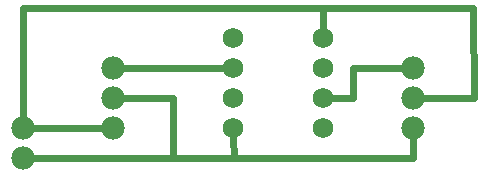
<source format=gbl>
G04 MADE WITH FRITZING*
G04 WWW.FRITZING.ORG*
G04 DOUBLE SIDED*
G04 HOLES PLATED*
G04 CONTOUR ON CENTER OF CONTOUR VECTOR*
%ASAXBY*%
%FSLAX23Y23*%
%MOIN*%
%OFA0B0*%
%SFA1.0B1.0*%
%ADD10C,0.078000*%
%ADD11C,0.068000*%
%ADD12C,0.024000*%
%LNCOPPER0*%
G90*
G70*
G54D10*
X155Y255D03*
X155Y155D03*
X1455Y455D03*
X1455Y355D03*
X1455Y255D03*
X455Y455D03*
X455Y355D03*
X455Y255D03*
G54D11*
X855Y555D03*
X855Y455D03*
X855Y355D03*
X855Y255D03*
X1155Y255D03*
X1155Y355D03*
X1155Y455D03*
X1155Y555D03*
G54D12*
X1154Y655D02*
X1654Y655D01*
D02*
X1654Y655D02*
X1656Y354D01*
D02*
X1155Y582D02*
X1154Y655D01*
D02*
X1656Y354D02*
X1485Y355D01*
D02*
X185Y155D02*
X1455Y155D01*
D02*
X1455Y155D02*
X1455Y225D01*
D02*
X185Y255D02*
X256Y254D01*
D02*
X256Y254D02*
X425Y255D01*
D02*
X485Y355D02*
X654Y354D01*
D02*
X654Y354D02*
X654Y155D01*
D02*
X654Y155D02*
X185Y155D01*
D02*
X656Y456D02*
X828Y455D01*
D02*
X485Y455D02*
X656Y456D01*
D02*
X856Y155D02*
X185Y155D01*
D02*
X855Y228D02*
X856Y155D01*
D02*
X1155Y582D02*
X1154Y656D01*
D02*
X355Y655D02*
X155Y655D01*
D02*
X155Y655D02*
X155Y554D01*
D02*
X1154Y656D02*
X355Y655D01*
D02*
X155Y554D02*
X155Y285D01*
D02*
X1255Y455D02*
X1425Y455D01*
D02*
X1255Y356D02*
X1255Y455D01*
D02*
X1182Y355D02*
X1255Y356D01*
G04 End of Copper0*
M02*
</source>
